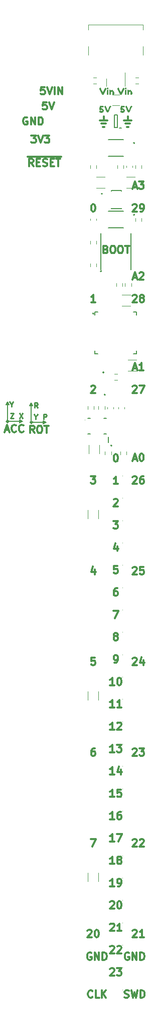
<source format=gbr>
G04 #@! TF.GenerationSoftware,KiCad,Pcbnew,(6.0.4)*
G04 #@! TF.CreationDate,2023-09-17T11:04:34-06:00*
G04 #@! TF.ProjectId,RP2040-Breadstick,52503230-3430-42d4-9272-656164737469,0.2*
G04 #@! TF.SameCoordinates,Original*
G04 #@! TF.FileFunction,Legend,Top*
G04 #@! TF.FilePolarity,Positive*
%FSLAX46Y46*%
G04 Gerber Fmt 4.6, Leading zero omitted, Abs format (unit mm)*
G04 Created by KiCad (PCBNEW (6.0.4)) date 2023-09-17 11:04:34*
%MOMM*%
%LPD*%
G01*
G04 APERTURE LIST*
%ADD10C,0.300000*%
%ADD11C,0.150000*%
%ADD12C,0.202000*%
%ADD13C,0.329000*%
%ADD14C,0.212500*%
%ADD15C,0.120000*%
%ADD16C,0.127000*%
%ADD17C,0.200000*%
%ADD18C,0.100000*%
G04 APERTURE END LIST*
D10*
X83947000Y-33400999D02*
X84709000Y-33401000D01*
X84201000Y-33934399D02*
X84455000Y-33934400D01*
X84328000Y-32232599D02*
X84328000Y-32867600D01*
X83693000Y-32867599D02*
X84963000Y-32867600D01*
X88011000Y-33400999D02*
X88773000Y-33401000D01*
X88265000Y-33934399D02*
X88519000Y-33934400D01*
X87757000Y-32867599D02*
X89027000Y-32867600D01*
X88392000Y-32232599D02*
X88392000Y-32867600D01*
D11*
X72110600Y-83566000D02*
X74142600Y-83566000D01*
G36*
X74650600Y-83566000D02*
G01*
X74142600Y-83820000D01*
X74142600Y-83312000D01*
X74650600Y-83566000D01*
G37*
X74650600Y-83566000D02*
X74142600Y-83820000D01*
X74142600Y-83312000D01*
X74650600Y-83566000D01*
G36*
X70637400Y-83413600D02*
G01*
X70129400Y-83667600D01*
X70129400Y-83159600D01*
X70637400Y-83413600D01*
G37*
X70637400Y-83413600D02*
X70129400Y-83667600D01*
X70129400Y-83159600D01*
X70637400Y-83413600D01*
X72110600Y-80772000D02*
X72110600Y-83566000D01*
D12*
X84361000Y-75200000D02*
G75*
G03*
X84361000Y-75200000I-101000J0D01*
G01*
D11*
G36*
X68351400Y-80619600D02*
G01*
X67843400Y-80619600D01*
X68097400Y-80111600D01*
X68351400Y-80619600D01*
G37*
X68351400Y-80619600D02*
X67843400Y-80619600D01*
X68097400Y-80111600D01*
X68351400Y-80619600D01*
X68097400Y-83413600D02*
X70129400Y-83413600D01*
D13*
X68261900Y-83413600D02*
G75*
G03*
X68261900Y-83413600I-164500J0D01*
G01*
D11*
X68097400Y-80619600D02*
X68097400Y-83413600D01*
G36*
X72364600Y-80772000D02*
G01*
X71856600Y-80772000D01*
X72110600Y-80264000D01*
X72364600Y-80772000D01*
G37*
X72364600Y-80772000D02*
X71856600Y-80772000D01*
X72110600Y-80264000D01*
X72364600Y-80772000D01*
D12*
X85699000Y-87503000D02*
G75*
G03*
X85699000Y-87503000I-101000J0D01*
G01*
D13*
X72275100Y-83566000D02*
G75*
G03*
X72275100Y-83566000I-164500J0D01*
G01*
D10*
X89217619Y-47059523D02*
X89277142Y-47000000D01*
X89396190Y-46940476D01*
X89693809Y-46940476D01*
X89812857Y-47000000D01*
X89872380Y-47059523D01*
X89931904Y-47178571D01*
X89931904Y-47297619D01*
X89872380Y-47476190D01*
X89158095Y-48190476D01*
X89931904Y-48190476D01*
X90527142Y-48190476D02*
X90765238Y-48190476D01*
X90884285Y-48130952D01*
X90943809Y-48071428D01*
X91062857Y-47892857D01*
X91122380Y-47654761D01*
X91122380Y-47178571D01*
X91062857Y-47059523D01*
X91003333Y-47000000D01*
X90884285Y-46940476D01*
X90646190Y-46940476D01*
X90527142Y-47000000D01*
X90467619Y-47059523D01*
X90408095Y-47178571D01*
X90408095Y-47476190D01*
X90467619Y-47595238D01*
X90527142Y-47654761D01*
X90646190Y-47714285D01*
X90884285Y-47714285D01*
X91003333Y-47654761D01*
X91062857Y-47595238D01*
X91122380Y-47476190D01*
X86121904Y-161542934D02*
X85407619Y-161542934D01*
X85764761Y-161542934D02*
X85764761Y-160292934D01*
X85645714Y-160471505D01*
X85526666Y-160590553D01*
X85407619Y-160650077D01*
X86717142Y-161542934D02*
X86955238Y-161542934D01*
X87074285Y-161483410D01*
X87133809Y-161423886D01*
X87252857Y-161245315D01*
X87312380Y-161007219D01*
X87312380Y-160531029D01*
X87252857Y-160411981D01*
X87193333Y-160352458D01*
X87074285Y-160292934D01*
X86836190Y-160292934D01*
X86717142Y-160352458D01*
X86657619Y-160411981D01*
X86598095Y-160531029D01*
X86598095Y-160828648D01*
X86657619Y-160947696D01*
X86717142Y-161007219D01*
X86836190Y-161066743D01*
X87074285Y-161066743D01*
X87193333Y-161007219D01*
X87252857Y-160947696D01*
X87312380Y-160828648D01*
X86121904Y-135259460D02*
X85407619Y-135259460D01*
X85764761Y-135259460D02*
X85764761Y-134009460D01*
X85645714Y-134188031D01*
X85526666Y-134307079D01*
X85407619Y-134366603D01*
X86598095Y-134128507D02*
X86657619Y-134068984D01*
X86776666Y-134009460D01*
X87074285Y-134009460D01*
X87193333Y-134068984D01*
X87252857Y-134128507D01*
X87312380Y-134247555D01*
X87312380Y-134366603D01*
X87252857Y-134545174D01*
X86538571Y-135259460D01*
X87312380Y-135259460D01*
X88582619Y-172730000D02*
X88463571Y-172670476D01*
X88285000Y-172670476D01*
X88106428Y-172730000D01*
X87987380Y-172849047D01*
X87927857Y-172968095D01*
X87868333Y-173206190D01*
X87868333Y-173384761D01*
X87927857Y-173622857D01*
X87987380Y-173741904D01*
X88106428Y-173860952D01*
X88285000Y-173920476D01*
X88404047Y-173920476D01*
X88582619Y-173860952D01*
X88642142Y-173801428D01*
X88642142Y-173384761D01*
X88404047Y-173384761D01*
X89177857Y-173920476D02*
X89177857Y-172670476D01*
X89892142Y-173920476D01*
X89892142Y-172670476D01*
X90487380Y-173920476D02*
X90487380Y-172670476D01*
X90785000Y-172670476D01*
X90963571Y-172730000D01*
X91082619Y-172849047D01*
X91142142Y-172968095D01*
X91201666Y-173206190D01*
X91201666Y-173384761D01*
X91142142Y-173622857D01*
X91082619Y-173741904D01*
X90963571Y-173860952D01*
X90785000Y-173920476D01*
X90487380Y-173920476D01*
X86300476Y-88952076D02*
X86419523Y-88952076D01*
X86538571Y-89011600D01*
X86598095Y-89071123D01*
X86657619Y-89190171D01*
X86717142Y-89428266D01*
X86717142Y-89725885D01*
X86657619Y-89963980D01*
X86598095Y-90083028D01*
X86538571Y-90142552D01*
X86419523Y-90202076D01*
X86300476Y-90202076D01*
X86181428Y-90142552D01*
X86121904Y-90083028D01*
X86062380Y-89963980D01*
X86002857Y-89725885D01*
X86002857Y-89428266D01*
X86062380Y-89190171D01*
X86121904Y-89071123D01*
X86181428Y-89011600D01*
X86300476Y-88952076D01*
X89217619Y-92779523D02*
X89277142Y-92720000D01*
X89396190Y-92660476D01*
X89693809Y-92660476D01*
X89812857Y-92720000D01*
X89872380Y-92779523D01*
X89931904Y-92898571D01*
X89931904Y-93017619D01*
X89872380Y-93196190D01*
X89158095Y-93910476D01*
X89931904Y-93910476D01*
X91003333Y-92660476D02*
X90765238Y-92660476D01*
X90646190Y-92720000D01*
X90586666Y-92779523D01*
X90467619Y-92958095D01*
X90408095Y-93196190D01*
X90408095Y-93672380D01*
X90467619Y-93791428D01*
X90527142Y-93850952D01*
X90646190Y-93910476D01*
X90884285Y-93910476D01*
X91003333Y-93850952D01*
X91062857Y-93791428D01*
X91122380Y-93672380D01*
X91122380Y-93374761D01*
X91062857Y-93255714D01*
X91003333Y-93196190D01*
X90884285Y-93136666D01*
X90646190Y-93136666D01*
X90527142Y-93196190D01*
X90467619Y-93255714D01*
X90408095Y-93374761D01*
X72112380Y-35380476D02*
X72886190Y-35380476D01*
X72469523Y-35856666D01*
X72648095Y-35856666D01*
X72767142Y-35916190D01*
X72826666Y-35975714D01*
X72886190Y-36094761D01*
X72886190Y-36392380D01*
X72826666Y-36511428D01*
X72767142Y-36570952D01*
X72648095Y-36630476D01*
X72290952Y-36630476D01*
X72171904Y-36570952D01*
X72112380Y-36511428D01*
X73243333Y-35380476D02*
X73660000Y-36630476D01*
X74076666Y-35380476D01*
X74374285Y-35380476D02*
X75148095Y-35380476D01*
X74731428Y-35856666D01*
X74910000Y-35856666D01*
X75029047Y-35916190D01*
X75088571Y-35975714D01*
X75148095Y-36094761D01*
X75148095Y-36392380D01*
X75088571Y-36511428D01*
X75029047Y-36570952D01*
X74910000Y-36630476D01*
X74552857Y-36630476D01*
X74433809Y-36570952D01*
X74374285Y-36511428D01*
X89217619Y-153739523D02*
X89277142Y-153680000D01*
X89396190Y-153620476D01*
X89693809Y-153620476D01*
X89812857Y-153680000D01*
X89872380Y-153739523D01*
X89931904Y-153858571D01*
X89931904Y-153977619D01*
X89872380Y-154156190D01*
X89158095Y-154870476D01*
X89931904Y-154870476D01*
X90408095Y-153739523D02*
X90467619Y-153680000D01*
X90586666Y-153620476D01*
X90884285Y-153620476D01*
X91003333Y-153680000D01*
X91062857Y-153739523D01*
X91122380Y-153858571D01*
X91122380Y-153977619D01*
X91062857Y-154156190D01*
X90348571Y-154870476D01*
X91122380Y-154870476D01*
X86121904Y-157788152D02*
X85407619Y-157788152D01*
X85764761Y-157788152D02*
X85764761Y-156538152D01*
X85645714Y-156716723D01*
X85526666Y-156835771D01*
X85407619Y-156895295D01*
X86836190Y-157073866D02*
X86717142Y-157014342D01*
X86657619Y-156954818D01*
X86598095Y-156835771D01*
X86598095Y-156776247D01*
X86657619Y-156657199D01*
X86717142Y-156597676D01*
X86836190Y-156538152D01*
X87074285Y-156538152D01*
X87193333Y-156597676D01*
X87252857Y-156657199D01*
X87312380Y-156776247D01*
X87312380Y-156835771D01*
X87252857Y-156954818D01*
X87193333Y-157014342D01*
X87074285Y-157073866D01*
X86836190Y-157073866D01*
X86717142Y-157133390D01*
X86657619Y-157192914D01*
X86598095Y-157311961D01*
X86598095Y-157550056D01*
X86657619Y-157669104D01*
X86717142Y-157728628D01*
X86836190Y-157788152D01*
X87074285Y-157788152D01*
X87193333Y-157728628D01*
X87252857Y-157669104D01*
X87312380Y-157550056D01*
X87312380Y-157311961D01*
X87252857Y-157192914D01*
X87193333Y-157133390D01*
X87074285Y-157073866D01*
X89217619Y-123259523D02*
X89277142Y-123200000D01*
X89396190Y-123140476D01*
X89693809Y-123140476D01*
X89812857Y-123200000D01*
X89872380Y-123259523D01*
X89931904Y-123378571D01*
X89931904Y-123497619D01*
X89872380Y-123676190D01*
X89158095Y-124390476D01*
X89931904Y-124390476D01*
X91003333Y-123557142D02*
X91003333Y-124390476D01*
X90705714Y-123080952D02*
X90408095Y-123973809D01*
X91181904Y-123973809D01*
X84663571Y-54520714D02*
X84842142Y-54580238D01*
X84901666Y-54639761D01*
X84961190Y-54758809D01*
X84961190Y-54937380D01*
X84901666Y-55056428D01*
X84842142Y-55115952D01*
X84723095Y-55175476D01*
X84246904Y-55175476D01*
X84246904Y-53925476D01*
X84663571Y-53925476D01*
X84782619Y-53985000D01*
X84842142Y-54044523D01*
X84901666Y-54163571D01*
X84901666Y-54282619D01*
X84842142Y-54401666D01*
X84782619Y-54461190D01*
X84663571Y-54520714D01*
X84246904Y-54520714D01*
X85735000Y-53925476D02*
X85973095Y-53925476D01*
X86092142Y-53985000D01*
X86211190Y-54104047D01*
X86270714Y-54342142D01*
X86270714Y-54758809D01*
X86211190Y-54996904D01*
X86092142Y-55115952D01*
X85973095Y-55175476D01*
X85735000Y-55175476D01*
X85615952Y-55115952D01*
X85496904Y-54996904D01*
X85437380Y-54758809D01*
X85437380Y-54342142D01*
X85496904Y-54104047D01*
X85615952Y-53985000D01*
X85735000Y-53925476D01*
X87044523Y-53925476D02*
X87282619Y-53925476D01*
X87401666Y-53985000D01*
X87520714Y-54104047D01*
X87580238Y-54342142D01*
X87580238Y-54758809D01*
X87520714Y-54996904D01*
X87401666Y-55115952D01*
X87282619Y-55175476D01*
X87044523Y-55175476D01*
X86925476Y-55115952D01*
X86806428Y-54996904D01*
X86746904Y-54758809D01*
X86746904Y-54342142D01*
X86806428Y-54104047D01*
X86925476Y-53985000D01*
X87044523Y-53925476D01*
X87937380Y-53925476D02*
X88651666Y-53925476D01*
X88294523Y-55175476D02*
X88294523Y-53925476D01*
X85943333Y-115235550D02*
X86776666Y-115235550D01*
X86240952Y-116485550D01*
X85407619Y-164166763D02*
X85467142Y-164107240D01*
X85586190Y-164047716D01*
X85883809Y-164047716D01*
X86002857Y-164107240D01*
X86062380Y-164166763D01*
X86121904Y-164285811D01*
X86121904Y-164404859D01*
X86062380Y-164583430D01*
X85348095Y-165297716D01*
X86121904Y-165297716D01*
X86895714Y-164047716D02*
X87014761Y-164047716D01*
X87133809Y-164107240D01*
X87193333Y-164166763D01*
X87252857Y-164285811D01*
X87312380Y-164523906D01*
X87312380Y-164821525D01*
X87252857Y-165059620D01*
X87193333Y-165178668D01*
X87133809Y-165238192D01*
X87014761Y-165297716D01*
X86895714Y-165297716D01*
X86776666Y-165238192D01*
X86717142Y-165178668D01*
X86657619Y-165059620D01*
X86598095Y-164821525D01*
X86598095Y-164523906D01*
X86657619Y-164285811D01*
X86717142Y-164166763D01*
X86776666Y-164107240D01*
X86895714Y-164047716D01*
X85407619Y-175431123D02*
X85467142Y-175371600D01*
X85586190Y-175312076D01*
X85883809Y-175312076D01*
X86002857Y-175371600D01*
X86062380Y-175431123D01*
X86121904Y-175550171D01*
X86121904Y-175669219D01*
X86062380Y-175847790D01*
X85348095Y-176562076D01*
X86121904Y-176562076D01*
X86538571Y-175312076D02*
X87312380Y-175312076D01*
X86895714Y-175788266D01*
X87074285Y-175788266D01*
X87193333Y-175847790D01*
X87252857Y-175907314D01*
X87312380Y-176026361D01*
X87312380Y-176323980D01*
X87252857Y-176443028D01*
X87193333Y-176502552D01*
X87074285Y-176562076D01*
X86717142Y-176562076D01*
X86598095Y-176502552D01*
X86538571Y-176443028D01*
X86002857Y-96580687D02*
X86062380Y-96521164D01*
X86181428Y-96461640D01*
X86479047Y-96461640D01*
X86598095Y-96521164D01*
X86657619Y-96580687D01*
X86717142Y-96699735D01*
X86717142Y-96818783D01*
X86657619Y-96997354D01*
X85943333Y-97711640D01*
X86717142Y-97711640D01*
D14*
X70100066Y-82059123D02*
X70666733Y-82909123D01*
X70666733Y-82059123D02*
X70100066Y-82909123D01*
D10*
X86240952Y-119526046D02*
X86121904Y-119466522D01*
X86062380Y-119406998D01*
X86002857Y-119287951D01*
X86002857Y-119228427D01*
X86062380Y-119109379D01*
X86121904Y-119049856D01*
X86240952Y-118990332D01*
X86479047Y-118990332D01*
X86598095Y-119049856D01*
X86657619Y-119109379D01*
X86717142Y-119228427D01*
X86717142Y-119287951D01*
X86657619Y-119406998D01*
X86598095Y-119466522D01*
X86479047Y-119526046D01*
X86240952Y-119526046D01*
X86121904Y-119585570D01*
X86062380Y-119645094D01*
X86002857Y-119764141D01*
X86002857Y-120002236D01*
X86062380Y-120121284D01*
X86121904Y-120180808D01*
X86240952Y-120240332D01*
X86479047Y-120240332D01*
X86598095Y-120180808D01*
X86657619Y-120121284D01*
X86717142Y-120002236D01*
X86717142Y-119764141D01*
X86657619Y-119645094D01*
X86598095Y-119585570D01*
X86479047Y-119526046D01*
X67692780Y-84891933D02*
X68288019Y-84891933D01*
X67573733Y-85249076D02*
X67990400Y-83999076D01*
X68407066Y-85249076D01*
X69538019Y-85130028D02*
X69478495Y-85189552D01*
X69299923Y-85249076D01*
X69180876Y-85249076D01*
X69002304Y-85189552D01*
X68883257Y-85070504D01*
X68823733Y-84951457D01*
X68764209Y-84713361D01*
X68764209Y-84534790D01*
X68823733Y-84296695D01*
X68883257Y-84177647D01*
X69002304Y-84058600D01*
X69180876Y-83999076D01*
X69299923Y-83999076D01*
X69478495Y-84058600D01*
X69538019Y-84118123D01*
X70788019Y-85130028D02*
X70728495Y-85189552D01*
X70549923Y-85249076D01*
X70430876Y-85249076D01*
X70252304Y-85189552D01*
X70133257Y-85070504D01*
X70073733Y-84951457D01*
X70014209Y-84713361D01*
X70014209Y-84534790D01*
X70073733Y-84296695D01*
X70133257Y-84177647D01*
X70252304Y-84058600D01*
X70430876Y-83999076D01*
X70549923Y-83999076D01*
X70728495Y-84058600D01*
X70788019Y-84118123D01*
X86717142Y-93956858D02*
X86002857Y-93956858D01*
X86360000Y-93956858D02*
X86360000Y-92706858D01*
X86240952Y-92885429D01*
X86121904Y-93004477D01*
X86002857Y-93064001D01*
X89217619Y-138499523D02*
X89277142Y-138440000D01*
X89396190Y-138380476D01*
X89693809Y-138380476D01*
X89812857Y-138440000D01*
X89872380Y-138499523D01*
X89931904Y-138618571D01*
X89931904Y-138737619D01*
X89872380Y-138916190D01*
X89158095Y-139630476D01*
X89931904Y-139630476D01*
X90348571Y-138380476D02*
X91122380Y-138380476D01*
X90705714Y-138856666D01*
X90884285Y-138856666D01*
X91003333Y-138916190D01*
X91062857Y-138975714D01*
X91122380Y-139094761D01*
X91122380Y-139392380D01*
X91062857Y-139511428D01*
X91003333Y-139570952D01*
X90884285Y-139630476D01*
X90527142Y-139630476D01*
X90408095Y-139570952D01*
X90348571Y-139511428D01*
X85943333Y-100216422D02*
X86717142Y-100216422D01*
X86300476Y-100692612D01*
X86479047Y-100692612D01*
X86598095Y-100752136D01*
X86657619Y-100811660D01*
X86717142Y-100930707D01*
X86717142Y-101228326D01*
X86657619Y-101347374D01*
X86598095Y-101406898D01*
X86479047Y-101466422D01*
X86121904Y-101466422D01*
X86002857Y-101406898D01*
X85943333Y-101347374D01*
X82440952Y-180151428D02*
X82381428Y-180210952D01*
X82202857Y-180270476D01*
X82083809Y-180270476D01*
X81905238Y-180210952D01*
X81786190Y-180091904D01*
X81726666Y-179972857D01*
X81667142Y-179734761D01*
X81667142Y-179556190D01*
X81726666Y-179318095D01*
X81786190Y-179199047D01*
X81905238Y-179080000D01*
X82083809Y-179020476D01*
X82202857Y-179020476D01*
X82381428Y-179080000D01*
X82440952Y-179139523D01*
X83571904Y-180270476D02*
X82976666Y-180270476D01*
X82976666Y-179020476D01*
X83988571Y-180270476D02*
X83988571Y-179020476D01*
X84702857Y-180270476D02*
X84167142Y-179556190D01*
X84702857Y-179020476D02*
X83988571Y-179734761D01*
X86598095Y-104387870D02*
X86598095Y-105221204D01*
X86300476Y-103911680D02*
X86002857Y-104804537D01*
X86776666Y-104804537D01*
X89217619Y-108019523D02*
X89277142Y-107960000D01*
X89396190Y-107900476D01*
X89693809Y-107900476D01*
X89812857Y-107960000D01*
X89872380Y-108019523D01*
X89931904Y-108138571D01*
X89931904Y-108257619D01*
X89872380Y-108436190D01*
X89158095Y-109150476D01*
X89931904Y-109150476D01*
X91062857Y-107900476D02*
X90467619Y-107900476D01*
X90408095Y-108495714D01*
X90467619Y-108436190D01*
X90586666Y-108376666D01*
X90884285Y-108376666D01*
X91003333Y-108436190D01*
X91062857Y-108495714D01*
X91122380Y-108614761D01*
X91122380Y-108912380D01*
X91062857Y-109031428D01*
X91003333Y-109090952D01*
X90884285Y-109150476D01*
X90586666Y-109150476D01*
X90467619Y-109090952D01*
X90408095Y-109031428D01*
D14*
X73135695Y-81156523D02*
X72852361Y-80751761D01*
X72649980Y-81156523D02*
X72649980Y-80306523D01*
X72973790Y-80306523D01*
X73054742Y-80347000D01*
X73095219Y-80387476D01*
X73135695Y-80468428D01*
X73135695Y-80589857D01*
X73095219Y-80670809D01*
X73054742Y-80711285D01*
X72973790Y-80751761D01*
X72649980Y-80751761D01*
D10*
X72636552Y-85401476D02*
X72219885Y-84806238D01*
X71922266Y-85401476D02*
X71922266Y-84151476D01*
X72398457Y-84151476D01*
X72517504Y-84211000D01*
X72577028Y-84270523D01*
X72636552Y-84389571D01*
X72636552Y-84568142D01*
X72577028Y-84687190D01*
X72517504Y-84746714D01*
X72398457Y-84806238D01*
X71922266Y-84806238D01*
X73410361Y-84151476D02*
X73648457Y-84151476D01*
X73767504Y-84211000D01*
X73886552Y-84330047D01*
X73946076Y-84568142D01*
X73946076Y-84984809D01*
X73886552Y-85222904D01*
X73767504Y-85341952D01*
X73648457Y-85401476D01*
X73410361Y-85401476D01*
X73291314Y-85341952D01*
X73172266Y-85222904D01*
X73112742Y-84984809D01*
X73112742Y-84568142D01*
X73172266Y-84330047D01*
X73291314Y-84211000D01*
X73410361Y-84151476D01*
X74303219Y-84151476D02*
X75017504Y-84151476D01*
X74660361Y-85401476D02*
X74660361Y-84151476D01*
X82133333Y-153620476D02*
X82966666Y-153620476D01*
X82430952Y-154870476D01*
D14*
X68576066Y-82059123D02*
X69142733Y-82059123D01*
X68576066Y-82909123D01*
X69142733Y-82909123D01*
D10*
X86598095Y-111480768D02*
X86360000Y-111480768D01*
X86240952Y-111540292D01*
X86181428Y-111599815D01*
X86062380Y-111778387D01*
X86002857Y-112016482D01*
X86002857Y-112492672D01*
X86062380Y-112611720D01*
X86121904Y-112671244D01*
X86240952Y-112730768D01*
X86479047Y-112730768D01*
X86598095Y-112671244D01*
X86657619Y-112611720D01*
X86717142Y-112492672D01*
X86717142Y-112195053D01*
X86657619Y-112076006D01*
X86598095Y-112016482D01*
X86479047Y-111956958D01*
X86240952Y-111956958D01*
X86121904Y-112016482D01*
X86062380Y-112076006D01*
X86002857Y-112195053D01*
D14*
X72872600Y-82656761D02*
X72872600Y-83061523D01*
X72589266Y-82211523D02*
X72872600Y-82656761D01*
X73155933Y-82211523D01*
D10*
X89217619Y-77539523D02*
X89277142Y-77480000D01*
X89396190Y-77420476D01*
X89693809Y-77420476D01*
X89812857Y-77480000D01*
X89872380Y-77539523D01*
X89931904Y-77658571D01*
X89931904Y-77777619D01*
X89872380Y-77956190D01*
X89158095Y-78670476D01*
X89931904Y-78670476D01*
X90348571Y-77420476D02*
X91181904Y-77420476D01*
X90646190Y-78670476D01*
X89217619Y-168979523D02*
X89277142Y-168920000D01*
X89396190Y-168860476D01*
X89693809Y-168860476D01*
X89812857Y-168920000D01*
X89872380Y-168979523D01*
X89931904Y-169098571D01*
X89931904Y-169217619D01*
X89872380Y-169396190D01*
X89158095Y-170110476D01*
X89931904Y-170110476D01*
X91122380Y-170110476D02*
X90408095Y-170110476D01*
X90765238Y-170110476D02*
X90765238Y-168860476D01*
X90646190Y-169039047D01*
X90527142Y-169158095D01*
X90408095Y-169217619D01*
X86121904Y-150278588D02*
X85407619Y-150278588D01*
X85764761Y-150278588D02*
X85764761Y-149028588D01*
X85645714Y-149207159D01*
X85526666Y-149326207D01*
X85407619Y-149385731D01*
X87193333Y-149028588D02*
X86955238Y-149028588D01*
X86836190Y-149088112D01*
X86776666Y-149147635D01*
X86657619Y-149326207D01*
X86598095Y-149564302D01*
X86598095Y-150040492D01*
X86657619Y-150159540D01*
X86717142Y-150219064D01*
X86836190Y-150278588D01*
X87074285Y-150278588D01*
X87193333Y-150219064D01*
X87252857Y-150159540D01*
X87312380Y-150040492D01*
X87312380Y-149742873D01*
X87252857Y-149623826D01*
X87193333Y-149564302D01*
X87074285Y-149504778D01*
X86836190Y-149504778D01*
X86717142Y-149564302D01*
X86657619Y-149623826D01*
X86598095Y-149742873D01*
X86121904Y-139014242D02*
X85407619Y-139014242D01*
X85764761Y-139014242D02*
X85764761Y-137764242D01*
X85645714Y-137942813D01*
X85526666Y-138061861D01*
X85407619Y-138121385D01*
X86538571Y-137764242D02*
X87312380Y-137764242D01*
X86895714Y-138240432D01*
X87074285Y-138240432D01*
X87193333Y-138299956D01*
X87252857Y-138359480D01*
X87312380Y-138478527D01*
X87312380Y-138776146D01*
X87252857Y-138895194D01*
X87193333Y-138954718D01*
X87074285Y-139014242D01*
X86717142Y-139014242D01*
X86598095Y-138954718D01*
X86538571Y-138895194D01*
X86121904Y-123995114D02*
X86360000Y-123995114D01*
X86479047Y-123935590D01*
X86538571Y-123876066D01*
X86657619Y-123697495D01*
X86717142Y-123459399D01*
X86717142Y-122983209D01*
X86657619Y-122864161D01*
X86598095Y-122804638D01*
X86479047Y-122745114D01*
X86240952Y-122745114D01*
X86121904Y-122804638D01*
X86062380Y-122864161D01*
X86002857Y-122983209D01*
X86002857Y-123280828D01*
X86062380Y-123399876D01*
X86121904Y-123459399D01*
X86240952Y-123518923D01*
X86479047Y-123518923D01*
X86598095Y-123459399D01*
X86657619Y-123399876D01*
X86717142Y-123280828D01*
X86121904Y-131504678D02*
X85407619Y-131504678D01*
X85764761Y-131504678D02*
X85764761Y-130254678D01*
X85645714Y-130433249D01*
X85526666Y-130552297D01*
X85407619Y-130611821D01*
X87312380Y-131504678D02*
X86598095Y-131504678D01*
X86955238Y-131504678D02*
X86955238Y-130254678D01*
X86836190Y-130433249D01*
X86717142Y-130552297D01*
X86598095Y-130611821D01*
X86657619Y-107725986D02*
X86062380Y-107725986D01*
X86002857Y-108321224D01*
X86062380Y-108261700D01*
X86181428Y-108202176D01*
X86479047Y-108202176D01*
X86598095Y-108261700D01*
X86657619Y-108321224D01*
X86717142Y-108440271D01*
X86717142Y-108737890D01*
X86657619Y-108856938D01*
X86598095Y-108916462D01*
X86479047Y-108975986D01*
X86181428Y-108975986D01*
X86062380Y-108916462D01*
X86002857Y-108856938D01*
X86121904Y-146523806D02*
X85407619Y-146523806D01*
X85764761Y-146523806D02*
X85764761Y-145273806D01*
X85645714Y-145452377D01*
X85526666Y-145571425D01*
X85407619Y-145630949D01*
X87252857Y-145273806D02*
X86657619Y-145273806D01*
X86598095Y-145869044D01*
X86657619Y-145809520D01*
X86776666Y-145749996D01*
X87074285Y-145749996D01*
X87193333Y-145809520D01*
X87252857Y-145869044D01*
X87312380Y-145988091D01*
X87312380Y-146285710D01*
X87252857Y-146404758D01*
X87193333Y-146464282D01*
X87074285Y-146523806D01*
X86776666Y-146523806D01*
X86657619Y-146464282D01*
X86598095Y-146404758D01*
X86121904Y-142769024D02*
X85407619Y-142769024D01*
X85764761Y-142769024D02*
X85764761Y-141519024D01*
X85645714Y-141697595D01*
X85526666Y-141816643D01*
X85407619Y-141876167D01*
X87193333Y-141935690D02*
X87193333Y-142769024D01*
X86895714Y-141459500D02*
X86598095Y-142352357D01*
X87371904Y-142352357D01*
X74691904Y-29795476D02*
X74096666Y-29795476D01*
X74037142Y-30390714D01*
X74096666Y-30331190D01*
X74215714Y-30271666D01*
X74513333Y-30271666D01*
X74632380Y-30331190D01*
X74691904Y-30390714D01*
X74751428Y-30509761D01*
X74751428Y-30807380D01*
X74691904Y-30926428D01*
X74632380Y-30985952D01*
X74513333Y-31045476D01*
X74215714Y-31045476D01*
X74096666Y-30985952D01*
X74037142Y-30926428D01*
X75108571Y-29795476D02*
X75525238Y-31045476D01*
X75941904Y-29795476D01*
X89277142Y-44023333D02*
X89872380Y-44023333D01*
X89158095Y-44380476D02*
X89574761Y-43130476D01*
X89991428Y-44380476D01*
X90289047Y-43130476D02*
X91062857Y-43130476D01*
X90646190Y-43606666D01*
X90824761Y-43606666D01*
X90943809Y-43666190D01*
X91003333Y-43725714D01*
X91062857Y-43844761D01*
X91062857Y-44142380D01*
X91003333Y-44261428D01*
X90943809Y-44320952D01*
X90824761Y-44380476D01*
X90467619Y-44380476D01*
X90348571Y-44320952D01*
X90289047Y-44261428D01*
X71437619Y-32395000D02*
X71318571Y-32335476D01*
X71140000Y-32335476D01*
X70961428Y-32395000D01*
X70842380Y-32514047D01*
X70782857Y-32633095D01*
X70723333Y-32871190D01*
X70723333Y-33049761D01*
X70782857Y-33287857D01*
X70842380Y-33406904D01*
X70961428Y-33525952D01*
X71140000Y-33585476D01*
X71259047Y-33585476D01*
X71437619Y-33525952D01*
X71497142Y-33466428D01*
X71497142Y-33049761D01*
X71259047Y-33049761D01*
X72032857Y-33585476D02*
X72032857Y-32335476D01*
X72747142Y-33585476D01*
X72747142Y-32335476D01*
X73342380Y-33585476D02*
X73342380Y-32335476D01*
X73640000Y-32335476D01*
X73818571Y-32395000D01*
X73937619Y-32514047D01*
X73997142Y-32633095D01*
X74056666Y-32871190D01*
X74056666Y-33049761D01*
X73997142Y-33287857D01*
X73937619Y-33406904D01*
X73818571Y-33525952D01*
X73640000Y-33585476D01*
X73342380Y-33585476D01*
X85407619Y-171676327D02*
X85467142Y-171616804D01*
X85586190Y-171557280D01*
X85883809Y-171557280D01*
X86002857Y-171616804D01*
X86062380Y-171676327D01*
X86121904Y-171795375D01*
X86121904Y-171914423D01*
X86062380Y-172092994D01*
X85348095Y-172807280D01*
X86121904Y-172807280D01*
X86598095Y-171676327D02*
X86657619Y-171616804D01*
X86776666Y-171557280D01*
X87074285Y-171557280D01*
X87193333Y-171616804D01*
X87252857Y-171676327D01*
X87312380Y-171795375D01*
X87312380Y-171914423D01*
X87252857Y-172092994D01*
X86538571Y-172807280D01*
X87312380Y-172807280D01*
X82907142Y-63430476D02*
X82192857Y-63430476D01*
X82550000Y-63430476D02*
X82550000Y-62180476D01*
X82430952Y-62359047D01*
X82311904Y-62478095D01*
X82192857Y-62537619D01*
X82133333Y-92660476D02*
X82907142Y-92660476D01*
X82490476Y-93136666D01*
X82669047Y-93136666D01*
X82788095Y-93196190D01*
X82847619Y-93255714D01*
X82907142Y-93374761D01*
X82907142Y-93672380D01*
X82847619Y-93791428D01*
X82788095Y-93850952D01*
X82669047Y-93910476D01*
X82311904Y-93910476D01*
X82192857Y-93850952D01*
X82133333Y-93791428D01*
X82847619Y-123140476D02*
X82252380Y-123140476D01*
X82192857Y-123735714D01*
X82252380Y-123676190D01*
X82371428Y-123616666D01*
X82669047Y-123616666D01*
X82788095Y-123676190D01*
X82847619Y-123735714D01*
X82907142Y-123854761D01*
X82907142Y-124152380D01*
X82847619Y-124271428D01*
X82788095Y-124330952D01*
X82669047Y-124390476D01*
X82371428Y-124390476D01*
X82252380Y-124330952D01*
X82192857Y-124271428D01*
X85407619Y-167921545D02*
X85467142Y-167862022D01*
X85586190Y-167802498D01*
X85883809Y-167802498D01*
X86002857Y-167862022D01*
X86062380Y-167921545D01*
X86121904Y-168040593D01*
X86121904Y-168159641D01*
X86062380Y-168338212D01*
X85348095Y-169052498D01*
X86121904Y-169052498D01*
X87312380Y-169052498D02*
X86598095Y-169052498D01*
X86955238Y-169052498D02*
X86955238Y-167802498D01*
X86836190Y-167981069D01*
X86717142Y-168100117D01*
X86598095Y-168159641D01*
X86121904Y-127749896D02*
X85407619Y-127749896D01*
X85764761Y-127749896D02*
X85764761Y-126499896D01*
X85645714Y-126678467D01*
X85526666Y-126797515D01*
X85407619Y-126857039D01*
X86895714Y-126499896D02*
X87014761Y-126499896D01*
X87133809Y-126559420D01*
X87193333Y-126618943D01*
X87252857Y-126737991D01*
X87312380Y-126976086D01*
X87312380Y-127273705D01*
X87252857Y-127511800D01*
X87193333Y-127630848D01*
X87133809Y-127690372D01*
X87014761Y-127749896D01*
X86895714Y-127749896D01*
X86776666Y-127690372D01*
X86717142Y-127630848D01*
X86657619Y-127511800D01*
X86598095Y-127273705D01*
X86598095Y-126976086D01*
X86657619Y-126737991D01*
X86717142Y-126618943D01*
X86776666Y-126559420D01*
X86895714Y-126499896D01*
X81597619Y-168979523D02*
X81657142Y-168920000D01*
X81776190Y-168860476D01*
X82073809Y-168860476D01*
X82192857Y-168920000D01*
X82252380Y-168979523D01*
X82311904Y-169098571D01*
X82311904Y-169217619D01*
X82252380Y-169396190D01*
X81538095Y-170110476D01*
X82311904Y-170110476D01*
X83085714Y-168860476D02*
X83204761Y-168860476D01*
X83323809Y-168920000D01*
X83383333Y-168979523D01*
X83442857Y-169098571D01*
X83502380Y-169336666D01*
X83502380Y-169634285D01*
X83442857Y-169872380D01*
X83383333Y-169991428D01*
X83323809Y-170050952D01*
X83204761Y-170110476D01*
X83085714Y-170110476D01*
X82966666Y-170050952D01*
X82907142Y-169991428D01*
X82847619Y-169872380D01*
X82788095Y-169634285D01*
X82788095Y-169336666D01*
X82847619Y-169098571D01*
X82907142Y-168979523D01*
X82966666Y-168920000D01*
X83085714Y-168860476D01*
X89277142Y-89743333D02*
X89872380Y-89743333D01*
X89158095Y-90100476D02*
X89574761Y-88850476D01*
X89991428Y-90100476D01*
X90646190Y-88850476D02*
X90765238Y-88850476D01*
X90884285Y-88910000D01*
X90943809Y-88969523D01*
X91003333Y-89088571D01*
X91062857Y-89326666D01*
X91062857Y-89624285D01*
X91003333Y-89862380D01*
X90943809Y-89981428D01*
X90884285Y-90040952D01*
X90765238Y-90100476D01*
X90646190Y-90100476D01*
X90527142Y-90040952D01*
X90467619Y-89981428D01*
X90408095Y-89862380D01*
X90348571Y-89624285D01*
X90348571Y-89326666D01*
X90408095Y-89088571D01*
X90467619Y-88969523D01*
X90527142Y-88910000D01*
X90646190Y-88850476D01*
X82788095Y-108317142D02*
X82788095Y-109150476D01*
X82490476Y-107840952D02*
X82192857Y-108733809D01*
X82966666Y-108733809D01*
X89217619Y-62299523D02*
X89277142Y-62240000D01*
X89396190Y-62180476D01*
X89693809Y-62180476D01*
X89812857Y-62240000D01*
X89872380Y-62299523D01*
X89931904Y-62418571D01*
X89931904Y-62537619D01*
X89872380Y-62716190D01*
X89158095Y-63430476D01*
X89931904Y-63430476D01*
X90646190Y-62716190D02*
X90527142Y-62656666D01*
X90467619Y-62597142D01*
X90408095Y-62478095D01*
X90408095Y-62418571D01*
X90467619Y-62299523D01*
X90527142Y-62240000D01*
X90646190Y-62180476D01*
X90884285Y-62180476D01*
X91003333Y-62240000D01*
X91062857Y-62299523D01*
X91122380Y-62418571D01*
X91122380Y-62478095D01*
X91062857Y-62597142D01*
X91003333Y-62656666D01*
X90884285Y-62716190D01*
X90646190Y-62716190D01*
X90527142Y-62775714D01*
X90467619Y-62835238D01*
X90408095Y-62954285D01*
X90408095Y-63192380D01*
X90467619Y-63311428D01*
X90527142Y-63370952D01*
X90646190Y-63430476D01*
X90884285Y-63430476D01*
X91003333Y-63370952D01*
X91062857Y-63311428D01*
X91122380Y-63192380D01*
X91122380Y-62954285D01*
X91062857Y-62835238D01*
X91003333Y-62775714D01*
X90884285Y-62716190D01*
X82192857Y-77539523D02*
X82252380Y-77480000D01*
X82371428Y-77420476D01*
X82669047Y-77420476D01*
X82788095Y-77480000D01*
X82847619Y-77539523D01*
X82907142Y-77658571D01*
X82907142Y-77777619D01*
X82847619Y-77956190D01*
X82133333Y-78670476D01*
X82907142Y-78670476D01*
D14*
X74173980Y-83061523D02*
X74173980Y-82211523D01*
X74497790Y-82211523D01*
X74578742Y-82252000D01*
X74619219Y-82292476D01*
X74659695Y-82373428D01*
X74659695Y-82494857D01*
X74619219Y-82575809D01*
X74578742Y-82616285D01*
X74497790Y-82656761D01*
X74173980Y-82656761D01*
D10*
X74374523Y-27255476D02*
X73779285Y-27255476D01*
X73719761Y-27850714D01*
X73779285Y-27791190D01*
X73898333Y-27731666D01*
X74195952Y-27731666D01*
X74315000Y-27791190D01*
X74374523Y-27850714D01*
X74434047Y-27969761D01*
X74434047Y-28267380D01*
X74374523Y-28386428D01*
X74315000Y-28445952D01*
X74195952Y-28505476D01*
X73898333Y-28505476D01*
X73779285Y-28445952D01*
X73719761Y-28386428D01*
X74791190Y-27255476D02*
X75207857Y-28505476D01*
X75624523Y-27255476D01*
X76041190Y-28505476D02*
X76041190Y-27255476D01*
X76636428Y-28505476D02*
X76636428Y-27255476D01*
X77350714Y-28505476D01*
X77350714Y-27255476D01*
X89277142Y-74503333D02*
X89872380Y-74503333D01*
X89158095Y-74860476D02*
X89574761Y-73610476D01*
X89991428Y-74860476D01*
X91062857Y-74860476D02*
X90348571Y-74860476D01*
X90705714Y-74860476D02*
X90705714Y-73610476D01*
X90586666Y-73789047D01*
X90467619Y-73908095D01*
X90348571Y-73967619D01*
D14*
X68732400Y-80599361D02*
X68732400Y-81004123D01*
X68449066Y-80154123D02*
X68732400Y-80599361D01*
X69015733Y-80154123D01*
D10*
X87838571Y-180210952D02*
X88017142Y-180270476D01*
X88314761Y-180270476D01*
X88433809Y-180210952D01*
X88493333Y-180151428D01*
X88552857Y-180032380D01*
X88552857Y-179913333D01*
X88493333Y-179794285D01*
X88433809Y-179734761D01*
X88314761Y-179675238D01*
X88076666Y-179615714D01*
X87957619Y-179556190D01*
X87898095Y-179496666D01*
X87838571Y-179377619D01*
X87838571Y-179258571D01*
X87898095Y-179139523D01*
X87957619Y-179080000D01*
X88076666Y-179020476D01*
X88374285Y-179020476D01*
X88552857Y-179080000D01*
X88969523Y-179020476D02*
X89267142Y-180270476D01*
X89505238Y-179377619D01*
X89743333Y-180270476D01*
X90040952Y-179020476D01*
X90517142Y-180270476D02*
X90517142Y-179020476D01*
X90814761Y-179020476D01*
X90993333Y-179080000D01*
X91112380Y-179199047D01*
X91171904Y-179318095D01*
X91231428Y-179556190D01*
X91231428Y-179734761D01*
X91171904Y-179972857D01*
X91112380Y-180091904D01*
X90993333Y-180210952D01*
X90814761Y-180270476D01*
X90517142Y-180270476D01*
X71467619Y-38967500D02*
X72717619Y-38967500D01*
X72479523Y-40570476D02*
X72062857Y-39975238D01*
X71765238Y-40570476D02*
X71765238Y-39320476D01*
X72241428Y-39320476D01*
X72360476Y-39380000D01*
X72420000Y-39439523D01*
X72479523Y-39558571D01*
X72479523Y-39737142D01*
X72420000Y-39856190D01*
X72360476Y-39915714D01*
X72241428Y-39975238D01*
X71765238Y-39975238D01*
X72717619Y-38967500D02*
X73848571Y-38967500D01*
X73015238Y-39915714D02*
X73431904Y-39915714D01*
X73610476Y-40570476D02*
X73015238Y-40570476D01*
X73015238Y-39320476D01*
X73610476Y-39320476D01*
X73848571Y-38967500D02*
X75039047Y-38967500D01*
X74086666Y-40510952D02*
X74265238Y-40570476D01*
X74562857Y-40570476D01*
X74681904Y-40510952D01*
X74741428Y-40451428D01*
X74800952Y-40332380D01*
X74800952Y-40213333D01*
X74741428Y-40094285D01*
X74681904Y-40034761D01*
X74562857Y-39975238D01*
X74324761Y-39915714D01*
X74205714Y-39856190D01*
X74146190Y-39796666D01*
X74086666Y-39677619D01*
X74086666Y-39558571D01*
X74146190Y-39439523D01*
X74205714Y-39380000D01*
X74324761Y-39320476D01*
X74622380Y-39320476D01*
X74800952Y-39380000D01*
X75039047Y-38967500D02*
X76170000Y-38967500D01*
X75336666Y-39915714D02*
X75753333Y-39915714D01*
X75931904Y-40570476D02*
X75336666Y-40570476D01*
X75336666Y-39320476D01*
X75931904Y-39320476D01*
X76170000Y-38967500D02*
X77122380Y-38967500D01*
X76289047Y-39320476D02*
X77003333Y-39320476D01*
X76646190Y-40570476D02*
X76646190Y-39320476D01*
X82232619Y-172730000D02*
X82113571Y-172670476D01*
X81935000Y-172670476D01*
X81756428Y-172730000D01*
X81637380Y-172849047D01*
X81577857Y-172968095D01*
X81518333Y-173206190D01*
X81518333Y-173384761D01*
X81577857Y-173622857D01*
X81637380Y-173741904D01*
X81756428Y-173860952D01*
X81935000Y-173920476D01*
X82054047Y-173920476D01*
X82232619Y-173860952D01*
X82292142Y-173801428D01*
X82292142Y-173384761D01*
X82054047Y-173384761D01*
X82827857Y-173920476D02*
X82827857Y-172670476D01*
X83542142Y-173920476D01*
X83542142Y-172670476D01*
X84137380Y-173920476D02*
X84137380Y-172670476D01*
X84435000Y-172670476D01*
X84613571Y-172730000D01*
X84732619Y-172849047D01*
X84792142Y-172968095D01*
X84851666Y-173206190D01*
X84851666Y-173384761D01*
X84792142Y-173622857D01*
X84732619Y-173741904D01*
X84613571Y-173860952D01*
X84435000Y-173920476D01*
X84137380Y-173920476D01*
X89277142Y-59263333D02*
X89872380Y-59263333D01*
X89158095Y-59620476D02*
X89574761Y-58370476D01*
X89991428Y-59620476D01*
X90348571Y-58489523D02*
X90408095Y-58430000D01*
X90527142Y-58370476D01*
X90824761Y-58370476D01*
X90943809Y-58430000D01*
X91003333Y-58489523D01*
X91062857Y-58608571D01*
X91062857Y-58727619D01*
X91003333Y-58906190D01*
X90289047Y-59620476D01*
X91062857Y-59620476D01*
X86121904Y-154033370D02*
X85407619Y-154033370D01*
X85764761Y-154033370D02*
X85764761Y-152783370D01*
X85645714Y-152961941D01*
X85526666Y-153080989D01*
X85407619Y-153140513D01*
X86538571Y-152783370D02*
X87371904Y-152783370D01*
X86836190Y-154033370D01*
X82490476Y-46940476D02*
X82609523Y-46940476D01*
X82728571Y-47000000D01*
X82788095Y-47059523D01*
X82847619Y-47178571D01*
X82907142Y-47416666D01*
X82907142Y-47714285D01*
X82847619Y-47952380D01*
X82788095Y-48071428D01*
X82728571Y-48130952D01*
X82609523Y-48190476D01*
X82490476Y-48190476D01*
X82371428Y-48130952D01*
X82311904Y-48071428D01*
X82252380Y-47952380D01*
X82192857Y-47714285D01*
X82192857Y-47416666D01*
X82252380Y-47178571D01*
X82311904Y-47059523D01*
X82371428Y-47000000D01*
X82490476Y-46940476D01*
X82788095Y-138380476D02*
X82550000Y-138380476D01*
X82430952Y-138440000D01*
X82371428Y-138499523D01*
X82252380Y-138678095D01*
X82192857Y-138916190D01*
X82192857Y-139392380D01*
X82252380Y-139511428D01*
X82311904Y-139570952D01*
X82430952Y-139630476D01*
X82669047Y-139630476D01*
X82788095Y-139570952D01*
X82847619Y-139511428D01*
X82907142Y-139392380D01*
X82907142Y-139094761D01*
X82847619Y-138975714D01*
X82788095Y-138916190D01*
X82669047Y-138856666D01*
X82430952Y-138856666D01*
X82311904Y-138916190D01*
X82252380Y-138975714D01*
X82192857Y-139094761D01*
G36*
X85506719Y-30417294D02*
G01*
X85576966Y-30465712D01*
X85600381Y-30518894D01*
X85576569Y-30595094D01*
X85138419Y-31484094D01*
X85085238Y-31540450D01*
X85011419Y-31561881D01*
X84995544Y-31561881D01*
X84920138Y-31540450D01*
X84866956Y-31484094D01*
X84428806Y-30595094D01*
X84404994Y-30518894D01*
X84428409Y-30465712D01*
X84498656Y-30417294D01*
X84578825Y-30390306D01*
X84620894Y-30396656D01*
X84647881Y-30418881D01*
X84674075Y-30460950D01*
X84695308Y-30505400D01*
X84735194Y-30592712D01*
X84786192Y-30704830D01*
X84840763Y-30823694D01*
X84895531Y-30942558D01*
X84947125Y-31054675D01*
X84986217Y-31139408D01*
X85003481Y-31176119D01*
X85320981Y-30480794D01*
X85343206Y-30433169D01*
X85413056Y-30390306D01*
X85506719Y-30417294D01*
G37*
G36*
X84028756Y-30398244D02*
G01*
X84177981Y-30398244D01*
X84233544Y-30400625D01*
X84274819Y-30415706D01*
X84306966Y-30458569D01*
X84317681Y-30542706D01*
X84307759Y-30619303D01*
X84277994Y-30658594D01*
X84239100Y-30673675D01*
X84187506Y-30676056D01*
X83909694Y-30676056D01*
X83893819Y-30796706D01*
X83949381Y-30793531D01*
X84046572Y-30806143D01*
X84137059Y-30843978D01*
X84220844Y-30907037D01*
X84287872Y-30988353D01*
X84328088Y-31080957D01*
X84341494Y-31184850D01*
X84328794Y-31289272D01*
X84290694Y-31383464D01*
X84227194Y-31467425D01*
X84144820Y-31533130D01*
X84050099Y-31572553D01*
X83943031Y-31585694D01*
X83847781Y-31577403D01*
X83758881Y-31552533D01*
X83676331Y-31511081D01*
X83636644Y-31480919D01*
X83623944Y-31469806D01*
X83563619Y-31374556D01*
X83622356Y-31271369D01*
X83714431Y-31218981D01*
X83820794Y-31269781D01*
X83920012Y-31303119D01*
X84024787Y-31272956D01*
X84058919Y-31189613D01*
X84021612Y-31105475D01*
X83936681Y-31074519D01*
X83860481Y-31103094D01*
X83773962Y-31139606D01*
X83673950Y-31109444D01*
X83600131Y-31061025D01*
X83582669Y-31022131D01*
X83590606Y-30947916D01*
X83614419Y-30766544D01*
X83638628Y-30587950D01*
X83647756Y-30522069D01*
X83658869Y-30488731D01*
X83681887Y-30445869D01*
X83723162Y-30411737D01*
X83787456Y-30396656D01*
X84028756Y-30398244D01*
G37*
G36*
X85077300Y-27337147D02*
G01*
X85117781Y-27369294D01*
X85132863Y-27411362D01*
X85135244Y-27466131D01*
X85132863Y-27520900D01*
X85118575Y-27562175D01*
X85076506Y-27594719D01*
X84996338Y-27604244D01*
X84916169Y-27594719D01*
X84874100Y-27561381D01*
X84859813Y-27519312D01*
X84857431Y-27464544D01*
X84859813Y-27409775D01*
X84873306Y-27369294D01*
X84915375Y-27337147D01*
X84997131Y-27326431D01*
X85077300Y-27337147D01*
G37*
G36*
X85827306Y-27730450D02*
G01*
X85915412Y-27770931D01*
X85991700Y-27838400D01*
X86050349Y-27925272D01*
X86085539Y-28023961D01*
X86097269Y-28134469D01*
X86097269Y-28413869D01*
X86094888Y-28468638D01*
X86081394Y-28509119D01*
X86039325Y-28541266D01*
X85957569Y-28551981D01*
X85868669Y-28537297D01*
X85827394Y-28493244D01*
X85817869Y-28412281D01*
X85817869Y-28132881D01*
X85780563Y-28031281D01*
X85680550Y-27994769D01*
X85578950Y-28032869D01*
X85540056Y-28132881D01*
X85540056Y-28413869D01*
X85537675Y-28468638D01*
X85522594Y-28509119D01*
X85481716Y-28541266D01*
X85400356Y-28551981D01*
X85319791Y-28541266D01*
X85278119Y-28509119D01*
X85264625Y-28467050D01*
X85262244Y-28412281D01*
X85262244Y-27850306D01*
X85264625Y-27797125D01*
X85279706Y-27756644D01*
X85321378Y-27726878D01*
X85401944Y-27716956D01*
X85480128Y-27726084D01*
X85521006Y-27753469D01*
X85536881Y-27818556D01*
X85565456Y-27786806D01*
X85608319Y-27753469D01*
X85727381Y-27716956D01*
X85827306Y-27730450D01*
G37*
G36*
X84676456Y-27407394D02*
G01*
X84746703Y-27455812D01*
X84770119Y-27508994D01*
X84746306Y-27585194D01*
X84308156Y-28474194D01*
X84254975Y-28530550D01*
X84181156Y-28551981D01*
X84165281Y-28551981D01*
X84089875Y-28530550D01*
X84036694Y-28474194D01*
X83598544Y-27585194D01*
X83574731Y-27508994D01*
X83598147Y-27455812D01*
X83668394Y-27407394D01*
X83748562Y-27380406D01*
X83790631Y-27386756D01*
X83817619Y-27408981D01*
X83843812Y-27451050D01*
X83865045Y-27495500D01*
X83904931Y-27582812D01*
X83955930Y-27694930D01*
X84010500Y-27813794D01*
X84065269Y-27932658D01*
X84116862Y-28044775D01*
X84155955Y-28129508D01*
X84173219Y-28166219D01*
X84490719Y-27470894D01*
X84512944Y-27423269D01*
X84582794Y-27380406D01*
X84676456Y-27407394D01*
G37*
G36*
X85105081Y-27745531D02*
G01*
X85133656Y-27813794D01*
X85135244Y-27859831D01*
X85135244Y-28415456D01*
X85132863Y-28470225D01*
X85117781Y-28512294D01*
X85076903Y-28543250D01*
X84995544Y-28553569D01*
X84914978Y-28542853D01*
X84873306Y-28510706D01*
X84859813Y-28469431D01*
X84857431Y-28413869D01*
X84857431Y-27856656D01*
X84859813Y-27801887D01*
X84873306Y-27759819D01*
X84915375Y-27728862D01*
X84997131Y-27718544D01*
X85105081Y-27745531D01*
G37*
G36*
X89062719Y-30417294D02*
G01*
X89132966Y-30465712D01*
X89156381Y-30518894D01*
X89132569Y-30595094D01*
X88694419Y-31484094D01*
X88641238Y-31540450D01*
X88567419Y-31561881D01*
X88551544Y-31561881D01*
X88476138Y-31540450D01*
X88422956Y-31484094D01*
X87984806Y-30595094D01*
X87960994Y-30518894D01*
X87984409Y-30465712D01*
X88054656Y-30417294D01*
X88134825Y-30390306D01*
X88176894Y-30396656D01*
X88203881Y-30418881D01*
X88230075Y-30460950D01*
X88251308Y-30505400D01*
X88291194Y-30592712D01*
X88342192Y-30704830D01*
X88396763Y-30823694D01*
X88451531Y-30942558D01*
X88503125Y-31054675D01*
X88542217Y-31139408D01*
X88559481Y-31176119D01*
X88876981Y-30480794D01*
X88899206Y-30433169D01*
X88969056Y-30390306D01*
X89062719Y-30417294D01*
G37*
G36*
X87584756Y-30398244D02*
G01*
X87733981Y-30398244D01*
X87789544Y-30400625D01*
X87830819Y-30415706D01*
X87862966Y-30458569D01*
X87873681Y-30542706D01*
X87863759Y-30619303D01*
X87833994Y-30658594D01*
X87795100Y-30673675D01*
X87743506Y-30676056D01*
X87465694Y-30676056D01*
X87449819Y-30796706D01*
X87505381Y-30793531D01*
X87602572Y-30806143D01*
X87693059Y-30843978D01*
X87776844Y-30907037D01*
X87843872Y-30988353D01*
X87884088Y-31080957D01*
X87897494Y-31184850D01*
X87884794Y-31289272D01*
X87846694Y-31383464D01*
X87783194Y-31467425D01*
X87700820Y-31533130D01*
X87606099Y-31572553D01*
X87499031Y-31585694D01*
X87403781Y-31577403D01*
X87314881Y-31552533D01*
X87232331Y-31511081D01*
X87192644Y-31480919D01*
X87179944Y-31469806D01*
X87119619Y-31374556D01*
X87178356Y-31271369D01*
X87270431Y-31218981D01*
X87376794Y-31269781D01*
X87476012Y-31303119D01*
X87580787Y-31272956D01*
X87614919Y-31189613D01*
X87577612Y-31105475D01*
X87492681Y-31074519D01*
X87416481Y-31103094D01*
X87329962Y-31139606D01*
X87229950Y-31109444D01*
X87156131Y-31061025D01*
X87138669Y-31022131D01*
X87146606Y-30947916D01*
X87170419Y-30766544D01*
X87194628Y-30587950D01*
X87203756Y-30522069D01*
X87214869Y-30488731D01*
X87237887Y-30445869D01*
X87279162Y-30411737D01*
X87343456Y-30396656D01*
X87584756Y-30398244D01*
G37*
G36*
X87724456Y-27407394D02*
G01*
X87794703Y-27455812D01*
X87818119Y-27508994D01*
X87794306Y-27585194D01*
X87356156Y-28474194D01*
X87302975Y-28530550D01*
X87229156Y-28551981D01*
X87213281Y-28551981D01*
X87137875Y-28530550D01*
X87084694Y-28474194D01*
X86646544Y-27585194D01*
X86622731Y-27508994D01*
X86646147Y-27455812D01*
X86716394Y-27407394D01*
X86796562Y-27380406D01*
X86838631Y-27386756D01*
X86865619Y-27408981D01*
X86891812Y-27451050D01*
X86913045Y-27495500D01*
X86952931Y-27582812D01*
X87003930Y-27694930D01*
X87058500Y-27813794D01*
X87113269Y-27932658D01*
X87164862Y-28044775D01*
X87203955Y-28129508D01*
X87221219Y-28166219D01*
X87538719Y-27470894D01*
X87560944Y-27423269D01*
X87630794Y-27380406D01*
X87724456Y-27407394D01*
G37*
G36*
X88875306Y-27730450D02*
G01*
X88963412Y-27770931D01*
X89039700Y-27838400D01*
X89098349Y-27925272D01*
X89133539Y-28023961D01*
X89145269Y-28134469D01*
X89145269Y-28413869D01*
X89142888Y-28468638D01*
X89129394Y-28509119D01*
X89087325Y-28541266D01*
X89005569Y-28551981D01*
X88916669Y-28537297D01*
X88875394Y-28493244D01*
X88865869Y-28412281D01*
X88865869Y-28132881D01*
X88828563Y-28031281D01*
X88728550Y-27994769D01*
X88626950Y-28032869D01*
X88588056Y-28132881D01*
X88588056Y-28413869D01*
X88585675Y-28468638D01*
X88570594Y-28509119D01*
X88529716Y-28541266D01*
X88448356Y-28551981D01*
X88367791Y-28541266D01*
X88326119Y-28509119D01*
X88312625Y-28467050D01*
X88310244Y-28412281D01*
X88310244Y-27850306D01*
X88312625Y-27797125D01*
X88327706Y-27756644D01*
X88369378Y-27726878D01*
X88449944Y-27716956D01*
X88528128Y-27726084D01*
X88569006Y-27753469D01*
X88584881Y-27818556D01*
X88613456Y-27786806D01*
X88656319Y-27753469D01*
X88775381Y-27716956D01*
X88875306Y-27730450D01*
G37*
G36*
X88153081Y-27745531D02*
G01*
X88181656Y-27813794D01*
X88183244Y-27859831D01*
X88183244Y-28415456D01*
X88180863Y-28470225D01*
X88165781Y-28512294D01*
X88124903Y-28543250D01*
X88043544Y-28553569D01*
X87962978Y-28542853D01*
X87921306Y-28510706D01*
X87907813Y-28469431D01*
X87905431Y-28413869D01*
X87905431Y-27856656D01*
X87907813Y-27801887D01*
X87921306Y-27759819D01*
X87963375Y-27728862D01*
X88045131Y-27718544D01*
X88153081Y-27745531D01*
G37*
G36*
X88125300Y-27337147D02*
G01*
X88165781Y-27369294D01*
X88180863Y-27411362D01*
X88183244Y-27466131D01*
X88180863Y-27520900D01*
X88166575Y-27562175D01*
X88124506Y-27594719D01*
X88044338Y-27604244D01*
X87964169Y-27594719D01*
X87922100Y-27561381D01*
X87907813Y-27519312D01*
X87905431Y-27464544D01*
X87907813Y-27409775D01*
X87921306Y-27369294D01*
X87963375Y-27337147D01*
X88045131Y-27326431D01*
X88125300Y-27337147D01*
G37*
D15*
X81792400Y-87401348D02*
X81792400Y-88823852D01*
X83612400Y-87401348D02*
X83612400Y-88823852D01*
X86599500Y-40402742D02*
X86599500Y-40877258D01*
X87644500Y-40402742D02*
X87644500Y-40877258D01*
X87467200Y-133852402D02*
G75*
G03*
X87467200Y-133852402I0J0D01*
G01*
X87467200Y-171400222D02*
G75*
G03*
X87467200Y-171400222I0J0D01*
G01*
X87467200Y-167645440D02*
G75*
G03*
X87467200Y-167645440I0J0D01*
G01*
X83449900Y-81390258D02*
X83449900Y-80915742D01*
X84494900Y-81390258D02*
X84494900Y-80915742D01*
X81621100Y-81364858D02*
X81621100Y-80890342D01*
X82666100Y-81364858D02*
X82666100Y-80890342D01*
X87467200Y-156381094D02*
G75*
G03*
X87467200Y-156381094I0J0D01*
G01*
X87927500Y-60697258D02*
X87927500Y-60222742D01*
X88972500Y-60697258D02*
X88972500Y-60222742D01*
X89611252Y-44217000D02*
X88188748Y-44217000D01*
X89611252Y-42397000D02*
X88188748Y-42397000D01*
X89156000Y-40499420D02*
X89156000Y-40780580D01*
X88136000Y-40499420D02*
X88136000Y-40780580D01*
X87467200Y-96304582D02*
G75*
G03*
X87467200Y-96304582I0J0D01*
G01*
X83108748Y-42397000D02*
X84531252Y-42397000D01*
X83108748Y-44217000D02*
X84531252Y-44217000D01*
X87467200Y-152626312D02*
G75*
G03*
X87467200Y-152626312I0J0D01*
G01*
X90692500Y-49767258D02*
X90692500Y-49292742D01*
X89647500Y-49767258D02*
X89647500Y-49292742D01*
X83060000Y-49670580D02*
X83060000Y-49389420D01*
X82040000Y-49670580D02*
X82040000Y-49389420D01*
D16*
X85637000Y-47701800D02*
X85637000Y-47601800D01*
X85637000Y-44601800D02*
X85637000Y-44701800D01*
X87337000Y-47701800D02*
X87337000Y-47601800D01*
X87337000Y-47701800D02*
X85637000Y-47701800D01*
X87337000Y-44601800D02*
X85637000Y-44601800D01*
X87337000Y-44601800D02*
X87337000Y-44701800D01*
D17*
X84118000Y-45201800D02*
G75*
G03*
X84118000Y-45201800I-100000J0D01*
G01*
D16*
X84760400Y-85526400D02*
X84360400Y-85526400D01*
X84760400Y-82926400D02*
X84360400Y-82926400D01*
X81660400Y-85526400D02*
X82060400Y-85526400D01*
X82060400Y-82926400D02*
X81660400Y-82926400D01*
D18*
X81160400Y-83226400D02*
G75*
G03*
X81160400Y-83226400I-50000J0D01*
G01*
D15*
X83072500Y-57387258D02*
X83072500Y-56912742D01*
X82027500Y-57387258D02*
X82027500Y-56912742D01*
D17*
X86110000Y-34070000D02*
X86110000Y-31970000D01*
X87335000Y-34170000D02*
X86960000Y-34170000D01*
X86610000Y-34070000D02*
X86110000Y-34070000D01*
X86110000Y-31970000D02*
X86610000Y-31970000D01*
X86610000Y-31970000D02*
X86610000Y-34070000D01*
D15*
X87920000Y-26466800D02*
X87920000Y-24791800D01*
X84800000Y-26466800D02*
X84800000Y-25816800D01*
X87920000Y-26466800D02*
X87920000Y-27116800D01*
X84800000Y-26466800D02*
X84800000Y-27116800D01*
X81640000Y-159308748D02*
X81640000Y-160731252D01*
X83460000Y-159308748D02*
X83460000Y-160731252D01*
X87467200Y-148871530D02*
G75*
G03*
X87467200Y-148871530I0J0D01*
G01*
X87467200Y-122588056D02*
G75*
G03*
X87467200Y-122588056I0J0D01*
G01*
X84542100Y-88510342D02*
X84542100Y-88984858D01*
X85587100Y-88510342D02*
X85587100Y-88984858D01*
X87467200Y-160135876D02*
G75*
G03*
X87467200Y-160135876I0J0D01*
G01*
X87467200Y-100059364D02*
G75*
G03*
X87467200Y-100059364I0J0D01*
G01*
X87467200Y-163890658D02*
G75*
G03*
X87467200Y-163890658I0J0D01*
G01*
X89678742Y-25639500D02*
X90153258Y-25639500D01*
X89678742Y-26684500D02*
X90153258Y-26684500D01*
X86597258Y-76468500D02*
X86122742Y-76468500D01*
X86597258Y-75423500D02*
X86122742Y-75423500D01*
X87512500Y-60697258D02*
X87512500Y-60222742D01*
X86467500Y-60697258D02*
X86467500Y-60222742D01*
D16*
X85080000Y-48130000D02*
X87640000Y-48130000D01*
X87640000Y-50930000D02*
X85080000Y-50930000D01*
D17*
X89560000Y-48730000D02*
G75*
G03*
X89560000Y-48730000I-100000J0D01*
G01*
D15*
X87467200Y-130097620D02*
G75*
G03*
X87467200Y-130097620I0J0D01*
G01*
X85981000Y-81063220D02*
X85981000Y-81344380D01*
X84961000Y-81063220D02*
X84961000Y-81344380D01*
X87467200Y-175155004D02*
G75*
G03*
X87467200Y-175155004I0J0D01*
G01*
X90957400Y-17658407D02*
X90957400Y-16814800D01*
X81762600Y-20437991D02*
X81762600Y-21861608D01*
X90957400Y-21861608D02*
X90957400Y-20437991D01*
X81762600Y-16814800D02*
X81762600Y-17658407D01*
X90957400Y-16814800D02*
X81762600Y-16814800D01*
X83072500Y-53102742D02*
X83072500Y-53577258D01*
X82027500Y-53102742D02*
X82027500Y-53577258D01*
X82027500Y-40402742D02*
X82027500Y-40877258D01*
X83072500Y-40402742D02*
X83072500Y-40877258D01*
X87467211Y-111323704D02*
G75*
G03*
X87467211Y-111323704I0J0D01*
G01*
X87784400Y-81063220D02*
X87784400Y-81344380D01*
X86764400Y-81063220D02*
X86764400Y-81344380D01*
X87467200Y-178909786D02*
G75*
G03*
X87467200Y-178909786I0J0D01*
G01*
X81640000Y-128828748D02*
X81640000Y-130251252D01*
X83460000Y-128828748D02*
X83460000Y-130251252D01*
X85757936Y-28554000D02*
X86962064Y-28554000D01*
X85757936Y-30374000D02*
X86962064Y-30374000D01*
X88849252Y-62209000D02*
X87426748Y-62209000D01*
X88849252Y-64029000D02*
X87426748Y-64029000D01*
X87467200Y-141361966D02*
G75*
G03*
X87467200Y-141361966I0J0D01*
G01*
X82566742Y-25639500D02*
X83041258Y-25639500D01*
X82566742Y-26684500D02*
X83041258Y-26684500D01*
X87467211Y-107568924D02*
G75*
G03*
X87467211Y-107568924I0J0D01*
G01*
D16*
X88910000Y-57914000D02*
X88910000Y-51814000D01*
X83810000Y-57914000D02*
X83810000Y-51814000D01*
D17*
X83970800Y-58216800D02*
G75*
G03*
X83970800Y-58216800I-100000J0D01*
G01*
D15*
X90692500Y-40877258D02*
X90692500Y-40402742D01*
X89647500Y-40877258D02*
X89647500Y-40402742D01*
X87467200Y-145116748D02*
G75*
G03*
X87467200Y-145116748I0J0D01*
G01*
X87467200Y-137607184D02*
G75*
G03*
X87467200Y-137607184I0J0D01*
G01*
D17*
X84586200Y-78957400D02*
G75*
G03*
X84586200Y-78957400I-100000J0D01*
G01*
D15*
X88177900Y-88510342D02*
X88177900Y-88984858D01*
X87132900Y-88510342D02*
X87132900Y-88984858D01*
X87467200Y-126342838D02*
G75*
G03*
X87467200Y-126342838I0J0D01*
G01*
X87467200Y-92549800D02*
G75*
G03*
X87467200Y-92549800I0J0D01*
G01*
D17*
X85135400Y-86937600D02*
X85135400Y-86087600D01*
D16*
X89860000Y-65080000D02*
X89860000Y-65560000D01*
X82860000Y-72080000D02*
X82860000Y-71600000D01*
X89860000Y-72080000D02*
X89380000Y-72080000D01*
X82860000Y-65080000D02*
X82860000Y-65560000D01*
X89860000Y-65080000D02*
X89380000Y-65080000D01*
X82860000Y-72080000D02*
X83340000Y-72080000D01*
X82860000Y-65080000D02*
X83340000Y-65080000D01*
X89860000Y-72080000D02*
X89860000Y-71600000D01*
D17*
X82650000Y-65328800D02*
G75*
G03*
X82650000Y-65328800I-100000J0D01*
G01*
D15*
X87467200Y-118833274D02*
G75*
G03*
X87467200Y-118833274I0J0D01*
G01*
X87467200Y-103814146D02*
G75*
G03*
X87467200Y-103814146I0J0D01*
G01*
X81640000Y-98348748D02*
X81640000Y-99771252D01*
X83460000Y-98348748D02*
X83460000Y-99771252D01*
X87467200Y-115078492D02*
G75*
G03*
X87467200Y-115078492I0J0D01*
G01*
X88391948Y-73131000D02*
X89814452Y-73131000D01*
X88391948Y-74951000D02*
X89814452Y-74951000D01*
D16*
X85080000Y-36065000D02*
X87640000Y-36065000D01*
X87640000Y-38865000D02*
X85080000Y-38865000D01*
D17*
X89560000Y-36665000D02*
G75*
G03*
X89560000Y-36665000I-100000J0D01*
G01*
M02*

</source>
